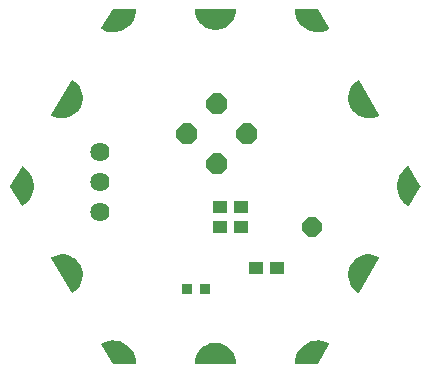
<source format=gbr>
G04 EAGLE Gerber RS-274X export*
G75*
%MOMM*%
%FSLAX34Y34*%
%LPD*%
%INSoldermask Top*%
%IPPOS*%
%AMOC8*
5,1,8,0,0,1.08239X$1,22.5*%
G01*
%ADD10C,1.101600*%
%ADD11P,1.924489X8X292.500000*%
%ADD12R,0.901600X0.901600*%
%ADD13P,1.759533X8X22.500000*%
%ADD14R,1.201600X1.101600*%
%ADD15C,1.625600*%

G36*
X16929Y-223D02*
X16929Y-223D01*
X16958Y-226D01*
X17025Y-204D01*
X17095Y-190D01*
X17119Y-173D01*
X17147Y-164D01*
X17200Y-117D01*
X17259Y-77D01*
X17275Y-53D01*
X17297Y-33D01*
X17328Y31D01*
X17366Y90D01*
X17371Y119D01*
X17383Y145D01*
X17392Y245D01*
X17399Y287D01*
X17396Y297D01*
X17398Y311D01*
X17166Y3109D01*
X17156Y3143D01*
X17152Y3191D01*
X16463Y5912D01*
X16448Y5944D01*
X16436Y5990D01*
X15308Y8562D01*
X15288Y8590D01*
X15269Y8634D01*
X13733Y10985D01*
X13709Y11009D01*
X13683Y11050D01*
X11781Y13115D01*
X11753Y13136D01*
X11720Y13171D01*
X9505Y14896D01*
X9474Y14911D01*
X9436Y14941D01*
X6966Y16277D01*
X6933Y16287D01*
X6891Y16310D01*
X5705Y16718D01*
X4251Y17217D01*
X4235Y17222D01*
X4201Y17227D01*
X4155Y17242D01*
X1386Y17704D01*
X1351Y17703D01*
X1304Y17711D01*
X-1504Y17711D01*
X-1538Y17704D01*
X-1586Y17704D01*
X-4355Y17242D01*
X-4388Y17230D01*
X-4435Y17222D01*
X-7091Y16310D01*
X-7121Y16293D01*
X-7166Y16277D01*
X-9636Y14941D01*
X-9662Y14919D01*
X-9705Y14896D01*
X-11920Y13171D01*
X-11943Y13145D01*
X-11981Y13115D01*
X-13883Y11050D01*
X-13901Y11020D01*
X-13933Y10985D01*
X-15469Y8634D01*
X-15482Y8602D01*
X-15508Y8562D01*
X-16636Y5990D01*
X-16643Y5957D01*
X-16646Y5950D01*
X-16652Y5941D01*
X-16653Y5935D01*
X-16663Y5912D01*
X-17352Y3191D01*
X-17354Y3156D01*
X-17366Y3109D01*
X-17598Y311D01*
X-17594Y282D01*
X-17599Y253D01*
X-17583Y184D01*
X-17574Y114D01*
X-17560Y88D01*
X-17553Y60D01*
X-17511Y3D01*
X-17476Y-59D01*
X-17452Y-77D01*
X-17435Y-100D01*
X-17374Y-136D01*
X-17317Y-179D01*
X-17289Y-187D01*
X-17264Y-202D01*
X-17166Y-218D01*
X-17125Y-229D01*
X-17114Y-227D01*
X-17100Y-229D01*
X16900Y-229D01*
X16929Y-223D01*
G37*
G36*
X1338Y282836D02*
X1338Y282836D01*
X1386Y282836D01*
X4155Y283298D01*
X4188Y283310D01*
X4235Y283318D01*
X6891Y284230D01*
X6921Y284247D01*
X6966Y284263D01*
X9436Y285599D01*
X9462Y285621D01*
X9505Y285644D01*
X11720Y287369D01*
X11743Y287395D01*
X11781Y287425D01*
X13683Y289490D01*
X13701Y289520D01*
X13733Y289555D01*
X15269Y291906D01*
X15282Y291938D01*
X15308Y291978D01*
X16436Y294550D01*
X16443Y294583D01*
X16463Y294628D01*
X17152Y297349D01*
X17154Y297384D01*
X17166Y297431D01*
X17398Y300229D01*
X17394Y300258D01*
X17399Y300287D01*
X17383Y300356D01*
X17374Y300426D01*
X17360Y300452D01*
X17353Y300480D01*
X17311Y300537D01*
X17276Y300599D01*
X17252Y300617D01*
X17235Y300640D01*
X17174Y300676D01*
X17117Y300719D01*
X17089Y300727D01*
X17064Y300742D01*
X16966Y300758D01*
X16925Y300769D01*
X16914Y300767D01*
X16900Y300769D01*
X-17100Y300769D01*
X-17129Y300763D01*
X-17158Y300766D01*
X-17225Y300744D01*
X-17295Y300730D01*
X-17319Y300713D01*
X-17347Y300704D01*
X-17400Y300657D01*
X-17459Y300617D01*
X-17475Y300593D01*
X-17497Y300573D01*
X-17528Y300509D01*
X-17566Y300450D01*
X-17571Y300421D01*
X-17583Y300395D01*
X-17592Y300295D01*
X-17599Y300253D01*
X-17596Y300243D01*
X-17598Y300229D01*
X-17366Y297431D01*
X-17356Y297397D01*
X-17352Y297349D01*
X-16663Y294628D01*
X-16648Y294596D01*
X-16636Y294550D01*
X-15508Y291978D01*
X-15488Y291950D01*
X-15469Y291906D01*
X-13933Y289555D01*
X-13909Y289531D01*
X-13883Y289490D01*
X-11981Y287425D01*
X-11953Y287404D01*
X-11920Y287369D01*
X-9705Y285644D01*
X-9674Y285629D01*
X-9636Y285599D01*
X-7166Y284263D01*
X-7133Y284253D01*
X-7091Y284230D01*
X-4435Y283318D01*
X-4401Y283314D01*
X-4355Y283298D01*
X-1586Y282836D01*
X-1551Y282837D01*
X-1504Y282829D01*
X1304Y282829D01*
X1338Y282836D01*
G37*
G36*
X-121493Y60080D02*
X-121493Y60080D01*
X-121422Y60077D01*
X-121395Y60087D01*
X-121366Y60089D01*
X-121276Y60131D01*
X-121236Y60146D01*
X-121228Y60154D01*
X-121215Y60160D01*
X-118912Y61759D01*
X-118888Y61785D01*
X-118848Y61812D01*
X-116839Y63769D01*
X-116820Y63798D01*
X-116785Y63831D01*
X-115126Y66092D01*
X-115111Y66123D01*
X-115082Y66162D01*
X-113818Y68665D01*
X-113809Y68699D01*
X-113787Y68742D01*
X-112951Y71419D01*
X-112948Y71453D01*
X-112933Y71499D01*
X-112550Y74278D01*
X-112552Y74312D01*
X-112546Y74360D01*
X-112625Y77163D01*
X-112633Y77197D01*
X-112634Y77245D01*
X-113173Y79997D01*
X-113187Y80029D01*
X-113196Y80077D01*
X-114181Y82702D01*
X-114196Y82727D01*
X-114201Y82747D01*
X-114209Y82758D01*
X-114216Y82777D01*
X-115620Y85205D01*
X-115643Y85231D01*
X-115667Y85273D01*
X-117451Y87436D01*
X-117478Y87458D01*
X-117509Y87495D01*
X-119625Y89336D01*
X-119655Y89353D01*
X-119691Y89385D01*
X-122082Y90852D01*
X-122114Y90863D01*
X-122155Y90889D01*
X-124754Y91942D01*
X-124788Y91949D01*
X-124833Y91967D01*
X-127570Y92578D01*
X-127605Y92579D01*
X-127652Y92590D01*
X-130452Y92742D01*
X-130486Y92737D01*
X-130534Y92740D01*
X-133322Y92430D01*
X-133355Y92419D01*
X-133403Y92414D01*
X-136101Y91649D01*
X-136131Y91633D01*
X-136178Y91620D01*
X-138713Y90421D01*
X-138737Y90404D01*
X-138764Y90394D01*
X-138816Y90345D01*
X-138873Y90302D01*
X-138887Y90277D01*
X-138909Y90257D01*
X-138937Y90192D01*
X-138973Y90131D01*
X-138976Y90102D01*
X-138988Y90075D01*
X-138989Y90004D01*
X-138998Y89933D01*
X-138990Y89905D01*
X-138990Y89876D01*
X-138956Y89783D01*
X-138944Y89742D01*
X-138937Y89733D01*
X-138932Y89720D01*
X-121932Y60320D01*
X-121913Y60298D01*
X-121900Y60272D01*
X-121847Y60224D01*
X-121800Y60171D01*
X-121774Y60159D01*
X-121752Y60139D01*
X-121685Y60116D01*
X-121621Y60086D01*
X-121592Y60084D01*
X-121564Y60075D01*
X-121493Y60080D01*
G37*
G36*
X130286Y207803D02*
X130286Y207803D01*
X130334Y207800D01*
X133122Y208110D01*
X133155Y208121D01*
X133203Y208126D01*
X135901Y208891D01*
X135931Y208907D01*
X135978Y208920D01*
X138513Y210119D01*
X138537Y210136D01*
X138564Y210146D01*
X138616Y210195D01*
X138673Y210238D01*
X138687Y210263D01*
X138709Y210283D01*
X138737Y210348D01*
X138773Y210410D01*
X138776Y210438D01*
X138788Y210465D01*
X138789Y210536D01*
X138798Y210607D01*
X138790Y210635D01*
X138790Y210664D01*
X138756Y210757D01*
X138744Y210798D01*
X138737Y210807D01*
X138732Y210820D01*
X121732Y240220D01*
X121713Y240242D01*
X121700Y240268D01*
X121647Y240316D01*
X121600Y240369D01*
X121574Y240381D01*
X121552Y240401D01*
X121485Y240424D01*
X121421Y240454D01*
X121392Y240456D01*
X121364Y240465D01*
X121293Y240460D01*
X121222Y240463D01*
X121195Y240453D01*
X121166Y240451D01*
X121076Y240409D01*
X121036Y240394D01*
X121028Y240386D01*
X121015Y240380D01*
X118712Y238781D01*
X118688Y238756D01*
X118648Y238728D01*
X116639Y236771D01*
X116620Y236742D01*
X116585Y236709D01*
X114926Y234448D01*
X114911Y234417D01*
X114882Y234378D01*
X113618Y231875D01*
X113609Y231841D01*
X113587Y231798D01*
X112751Y229121D01*
X112748Y229087D01*
X112733Y229041D01*
X112350Y226262D01*
X112352Y226228D01*
X112346Y226180D01*
X112425Y223377D01*
X112433Y223343D01*
X112434Y223295D01*
X112973Y220543D01*
X112987Y220511D01*
X112996Y220463D01*
X113981Y217838D01*
X113999Y217808D01*
X114016Y217763D01*
X115420Y215335D01*
X115443Y215309D01*
X115467Y215268D01*
X117251Y213104D01*
X117278Y213082D01*
X117309Y213045D01*
X119425Y211204D01*
X119455Y211187D01*
X119491Y211156D01*
X121882Y209688D01*
X121914Y209677D01*
X121955Y209651D01*
X124554Y208598D01*
X124588Y208591D01*
X124633Y208573D01*
X127370Y207962D01*
X127405Y207961D01*
X127452Y207950D01*
X130252Y207798D01*
X130286Y207803D01*
G37*
G36*
X121326Y60081D02*
X121326Y60081D01*
X121397Y60080D01*
X121424Y60091D01*
X121453Y60095D01*
X121515Y60129D01*
X121580Y60157D01*
X121601Y60178D01*
X121626Y60192D01*
X121689Y60268D01*
X121719Y60299D01*
X121723Y60309D01*
X121732Y60320D01*
X138732Y89720D01*
X138741Y89748D01*
X138758Y89772D01*
X138773Y89841D01*
X138795Y89909D01*
X138793Y89938D01*
X138799Y89966D01*
X138786Y90036D01*
X138780Y90107D01*
X138767Y90133D01*
X138761Y90161D01*
X138721Y90220D01*
X138689Y90283D01*
X138666Y90302D01*
X138650Y90326D01*
X138568Y90383D01*
X138535Y90410D01*
X138525Y90413D01*
X138513Y90421D01*
X135978Y91620D01*
X135944Y91628D01*
X135901Y91649D01*
X133203Y92414D01*
X133168Y92416D01*
X133122Y92430D01*
X130334Y92740D01*
X130300Y92737D01*
X130252Y92742D01*
X127452Y92590D01*
X127418Y92581D01*
X127370Y92578D01*
X124633Y91967D01*
X124601Y91953D01*
X124554Y91942D01*
X121955Y90889D01*
X121926Y90870D01*
X121882Y90852D01*
X119491Y89385D01*
X119466Y89361D01*
X119425Y89336D01*
X117309Y87495D01*
X117288Y87468D01*
X117251Y87436D01*
X115467Y85273D01*
X115451Y85242D01*
X115420Y85205D01*
X114016Y82777D01*
X114005Y82744D01*
X113998Y82731D01*
X113988Y82717D01*
X113988Y82714D01*
X113981Y82702D01*
X112996Y80077D01*
X112990Y80042D01*
X112973Y79997D01*
X112434Y77245D01*
X112434Y77211D01*
X112425Y77163D01*
X112346Y74360D01*
X112352Y74326D01*
X112350Y74278D01*
X112733Y71499D01*
X112745Y71467D01*
X112751Y71419D01*
X113587Y68742D01*
X113604Y68711D01*
X113618Y68665D01*
X114882Y66162D01*
X114904Y66135D01*
X114926Y66092D01*
X116585Y63831D01*
X116611Y63808D01*
X116639Y63769D01*
X118648Y61812D01*
X118677Y61793D01*
X118712Y61759D01*
X121015Y60160D01*
X121042Y60148D01*
X121065Y60130D01*
X121133Y60109D01*
X121198Y60081D01*
X121227Y60081D01*
X121255Y60073D01*
X121326Y60081D01*
G37*
G36*
X-127652Y207950D02*
X-127652Y207950D01*
X-127618Y207959D01*
X-127570Y207962D01*
X-124833Y208573D01*
X-124801Y208587D01*
X-124754Y208598D01*
X-122155Y209651D01*
X-122126Y209670D01*
X-122082Y209688D01*
X-119691Y211156D01*
X-119666Y211179D01*
X-119625Y211204D01*
X-117509Y213045D01*
X-117488Y213072D01*
X-117451Y213104D01*
X-115667Y215268D01*
X-115651Y215298D01*
X-115620Y215335D01*
X-114216Y217763D01*
X-114205Y217796D01*
X-114181Y217838D01*
X-113196Y220463D01*
X-113190Y220498D01*
X-113173Y220543D01*
X-112634Y223295D01*
X-112634Y223330D01*
X-112625Y223377D01*
X-112546Y226180D01*
X-112552Y226214D01*
X-112550Y226262D01*
X-112933Y229041D01*
X-112945Y229073D01*
X-112951Y229121D01*
X-113787Y231798D01*
X-113804Y231829D01*
X-113818Y231875D01*
X-115082Y234378D01*
X-115104Y234405D01*
X-115126Y234448D01*
X-116785Y236709D01*
X-116811Y236732D01*
X-116839Y236771D01*
X-118848Y238728D01*
X-118877Y238747D01*
X-118912Y238781D01*
X-121215Y240380D01*
X-121242Y240392D01*
X-121265Y240410D01*
X-121333Y240431D01*
X-121398Y240459D01*
X-121427Y240459D01*
X-121455Y240467D01*
X-121526Y240459D01*
X-121597Y240460D01*
X-121624Y240449D01*
X-121653Y240445D01*
X-121715Y240411D01*
X-121780Y240383D01*
X-121801Y240362D01*
X-121826Y240348D01*
X-121889Y240272D01*
X-121919Y240241D01*
X-121923Y240231D01*
X-121932Y240220D01*
X-138932Y210820D01*
X-138941Y210792D01*
X-138958Y210768D01*
X-138973Y210699D01*
X-138995Y210631D01*
X-138993Y210602D01*
X-138999Y210574D01*
X-138986Y210504D01*
X-138980Y210433D01*
X-138967Y210407D01*
X-138961Y210379D01*
X-138921Y210320D01*
X-138889Y210257D01*
X-138866Y210238D01*
X-138850Y210214D01*
X-138768Y210157D01*
X-138735Y210130D01*
X-138725Y210127D01*
X-138713Y210119D01*
X-136178Y208920D01*
X-136144Y208912D01*
X-136101Y208891D01*
X-133403Y208126D01*
X-133368Y208124D01*
X-133322Y208110D01*
X-130534Y207800D01*
X-130500Y207803D01*
X-130452Y207798D01*
X-127652Y207950D01*
G37*
G36*
X163627Y133281D02*
X163627Y133281D01*
X163698Y133281D01*
X163725Y133292D01*
X163754Y133295D01*
X163816Y133330D01*
X163881Y133358D01*
X163902Y133378D01*
X163927Y133393D01*
X163990Y133470D01*
X164020Y133500D01*
X164024Y133510D01*
X164033Y133521D01*
X173533Y150021D01*
X173543Y150053D01*
X173552Y150066D01*
X173556Y150090D01*
X173557Y150094D01*
X173588Y150164D01*
X173588Y150188D01*
X173596Y150210D01*
X173590Y150286D01*
X173591Y150363D01*
X173581Y150387D01*
X173580Y150408D01*
X173559Y150447D01*
X173533Y150519D01*
X164033Y167019D01*
X164014Y167041D01*
X164001Y167067D01*
X163948Y167115D01*
X163901Y167168D01*
X163875Y167181D01*
X163854Y167200D01*
X163786Y167223D01*
X163722Y167254D01*
X163693Y167256D01*
X163666Y167265D01*
X163594Y167260D01*
X163523Y167263D01*
X163496Y167253D01*
X163467Y167251D01*
X163377Y167209D01*
X163337Y167194D01*
X163329Y167187D01*
X163316Y167181D01*
X160793Y165439D01*
X160769Y165415D01*
X160731Y165388D01*
X158519Y163264D01*
X158500Y163236D01*
X158466Y163204D01*
X156624Y160753D01*
X156610Y160722D01*
X156581Y160685D01*
X155156Y157970D01*
X155147Y157939D01*
X155131Y157914D01*
X155130Y157906D01*
X155125Y157896D01*
X154154Y154988D01*
X154150Y154954D01*
X154135Y154910D01*
X153643Y151883D01*
X153644Y151849D01*
X153636Y151803D01*
X153636Y148737D01*
X153637Y148733D01*
X153637Y148731D01*
X153643Y148704D01*
X153643Y148657D01*
X154135Y145630D01*
X154147Y145599D01*
X154154Y145552D01*
X155125Y142644D01*
X155142Y142615D01*
X155156Y142570D01*
X156581Y139855D01*
X156603Y139829D01*
X156624Y139787D01*
X158466Y137336D01*
X158491Y137313D01*
X158519Y137276D01*
X160731Y135152D01*
X160759Y135134D01*
X160793Y135101D01*
X163316Y133359D01*
X163343Y133348D01*
X163365Y133329D01*
X163434Y133309D01*
X163499Y133281D01*
X163528Y133281D01*
X163556Y133273D01*
X163627Y133281D01*
G37*
G36*
X-163794Y133280D02*
X-163794Y133280D01*
X-163723Y133277D01*
X-163696Y133287D01*
X-163667Y133289D01*
X-163577Y133331D01*
X-163537Y133346D01*
X-163529Y133353D01*
X-163516Y133359D01*
X-160993Y135101D01*
X-160969Y135125D01*
X-160931Y135152D01*
X-158719Y137276D01*
X-158700Y137304D01*
X-158666Y137336D01*
X-156824Y139787D01*
X-156810Y139818D01*
X-156781Y139855D01*
X-155356Y142570D01*
X-155347Y142603D01*
X-155325Y142644D01*
X-154354Y145552D01*
X-154350Y145586D01*
X-154335Y145630D01*
X-153843Y148657D01*
X-153844Y148691D01*
X-153836Y148737D01*
X-153836Y151803D01*
X-153843Y151836D01*
X-153843Y151883D01*
X-154335Y154910D01*
X-154347Y154941D01*
X-154354Y154988D01*
X-155325Y157896D01*
X-155338Y157919D01*
X-155344Y157944D01*
X-155351Y157953D01*
X-155356Y157970D01*
X-156781Y160685D01*
X-156803Y160711D01*
X-156824Y160753D01*
X-158666Y163204D01*
X-158691Y163227D01*
X-158719Y163264D01*
X-160931Y165388D01*
X-160959Y165406D01*
X-160993Y165439D01*
X-163516Y167181D01*
X-163543Y167192D01*
X-163565Y167211D01*
X-163634Y167231D01*
X-163699Y167259D01*
X-163728Y167259D01*
X-163756Y167267D01*
X-163827Y167259D01*
X-163898Y167260D01*
X-163925Y167248D01*
X-163954Y167245D01*
X-164016Y167210D01*
X-164081Y167182D01*
X-164102Y167162D01*
X-164127Y167147D01*
X-164190Y167070D01*
X-164220Y167040D01*
X-164224Y167030D01*
X-164233Y167019D01*
X-173733Y150519D01*
X-173757Y150446D01*
X-173788Y150376D01*
X-173788Y150352D01*
X-173796Y150330D01*
X-173790Y150254D01*
X-173791Y150177D01*
X-173781Y150153D01*
X-173780Y150132D01*
X-173759Y150093D01*
X-173740Y150041D01*
X-173739Y150035D01*
X-173737Y150033D01*
X-173733Y150021D01*
X-164233Y133521D01*
X-164214Y133499D01*
X-164201Y133473D01*
X-164148Y133425D01*
X-164101Y133372D01*
X-164075Y133359D01*
X-164054Y133340D01*
X-163986Y133317D01*
X-163922Y133286D01*
X-163893Y133285D01*
X-163866Y133275D01*
X-163794Y133280D01*
G37*
G36*
X86576Y-214D02*
X86576Y-214D01*
X86654Y-205D01*
X86673Y-194D01*
X86695Y-190D01*
X86759Y-146D01*
X86827Y-107D01*
X86843Y-88D01*
X86859Y-77D01*
X86883Y-39D01*
X86933Y21D01*
X96433Y16521D01*
X96442Y16548D01*
X96458Y16572D01*
X96473Y16642D01*
X96496Y16710D01*
X96493Y16738D01*
X96499Y16766D01*
X96486Y16837D01*
X96480Y16908D01*
X96467Y16933D01*
X96461Y16961D01*
X96421Y17021D01*
X96388Y17084D01*
X96366Y17102D01*
X96350Y17126D01*
X96267Y17184D01*
X96235Y17211D01*
X96224Y17214D01*
X96214Y17221D01*
X93448Y18530D01*
X93415Y18538D01*
X93372Y18558D01*
X90432Y19406D01*
X90398Y19409D01*
X90354Y19422D01*
X87316Y19787D01*
X87282Y19784D01*
X87235Y19790D01*
X84178Y19663D01*
X84145Y19655D01*
X84098Y19654D01*
X81101Y19038D01*
X81070Y19025D01*
X81024Y19016D01*
X78164Y17927D01*
X78136Y17909D01*
X78092Y17893D01*
X75444Y16359D01*
X75418Y16337D01*
X75378Y16314D01*
X73010Y14376D01*
X72988Y14349D01*
X72952Y14320D01*
X70925Y12027D01*
X70909Y11998D01*
X70877Y11963D01*
X69245Y9375D01*
X69233Y9343D01*
X69208Y9304D01*
X68012Y6487D01*
X68005Y6454D01*
X68002Y6447D01*
X67998Y6441D01*
X67997Y6435D01*
X67986Y6411D01*
X67258Y3439D01*
X67256Y3405D01*
X67245Y3360D01*
X67002Y310D01*
X67006Y281D01*
X67001Y253D01*
X67018Y184D01*
X67026Y112D01*
X67041Y88D01*
X67047Y60D01*
X67090Y2D01*
X67126Y-60D01*
X67148Y-77D01*
X67165Y-100D01*
X67227Y-137D01*
X67284Y-180D01*
X67312Y-187D01*
X67336Y-202D01*
X67436Y-218D01*
X67477Y-229D01*
X67487Y-227D01*
X67500Y-229D01*
X86500Y-229D01*
X86576Y-214D01*
G37*
G36*
X87269Y280755D02*
X87269Y280755D01*
X87316Y280753D01*
X90354Y281118D01*
X90386Y281129D01*
X90432Y281134D01*
X93372Y281982D01*
X93402Y281998D01*
X93448Y282010D01*
X96214Y283319D01*
X96236Y283336D01*
X96263Y283346D01*
X96315Y283395D01*
X96373Y283438D01*
X96387Y283463D01*
X96408Y283482D01*
X96437Y283548D01*
X96473Y283610D01*
X96476Y283638D01*
X96488Y283664D01*
X96489Y283736D01*
X96498Y283807D01*
X96490Y283834D01*
X96491Y283863D01*
X96455Y283958D01*
X96444Y283998D01*
X96437Y284007D01*
X96433Y284019D01*
X86933Y300519D01*
X86881Y300578D01*
X86835Y300640D01*
X86816Y300651D01*
X86801Y300668D01*
X86731Y300702D01*
X86664Y300742D01*
X86640Y300746D01*
X86622Y300754D01*
X86577Y300756D01*
X86500Y300769D01*
X67500Y300769D01*
X67472Y300764D01*
X67444Y300766D01*
X67376Y300744D01*
X67305Y300730D01*
X67282Y300714D01*
X67255Y300705D01*
X67200Y300658D01*
X67141Y300617D01*
X67126Y300593D01*
X67105Y300575D01*
X67073Y300510D01*
X67034Y300450D01*
X67029Y300422D01*
X67017Y300396D01*
X67008Y300295D01*
X67001Y300253D01*
X67003Y300243D01*
X67002Y300230D01*
X67245Y297180D01*
X67254Y297148D01*
X67258Y297101D01*
X67986Y294129D01*
X68001Y294098D01*
X68012Y294053D01*
X69208Y291236D01*
X69227Y291208D01*
X69245Y291165D01*
X70877Y288577D01*
X70901Y288553D01*
X70925Y288513D01*
X72952Y286220D01*
X72979Y286200D01*
X73010Y286164D01*
X75378Y284226D01*
X75408Y284210D01*
X75444Y284181D01*
X78092Y282648D01*
X78124Y282637D01*
X78164Y282613D01*
X81024Y281525D01*
X81057Y281519D01*
X81101Y281502D01*
X84098Y280886D01*
X84132Y280886D01*
X84178Y280877D01*
X87235Y280750D01*
X87269Y280755D01*
G37*
G36*
X-67672Y-224D02*
X-67672Y-224D01*
X-67644Y-226D01*
X-67576Y-204D01*
X-67505Y-190D01*
X-67482Y-174D01*
X-67455Y-165D01*
X-67400Y-118D01*
X-67341Y-77D01*
X-67326Y-53D01*
X-67305Y-35D01*
X-67273Y30D01*
X-67234Y90D01*
X-67229Y118D01*
X-67217Y144D01*
X-67208Y245D01*
X-67201Y287D01*
X-67203Y297D01*
X-67202Y310D01*
X-67445Y3360D01*
X-67454Y3392D01*
X-67458Y3439D01*
X-68186Y6411D01*
X-68201Y6442D01*
X-68212Y6487D01*
X-69408Y9304D01*
X-69427Y9332D01*
X-69445Y9375D01*
X-71077Y11963D01*
X-71101Y11987D01*
X-71125Y12027D01*
X-73152Y14320D01*
X-73179Y14340D01*
X-73210Y14376D01*
X-75578Y16314D01*
X-75608Y16330D01*
X-75644Y16359D01*
X-78292Y17893D01*
X-78324Y17903D01*
X-78364Y17927D01*
X-81224Y19016D01*
X-81257Y19021D01*
X-81301Y19038D01*
X-84298Y19654D01*
X-84332Y19654D01*
X-84378Y19663D01*
X-87435Y19790D01*
X-87469Y19785D01*
X-87516Y19787D01*
X-90554Y19422D01*
X-90586Y19411D01*
X-90632Y19406D01*
X-93572Y18558D01*
X-93602Y18542D01*
X-93648Y18530D01*
X-96414Y17221D01*
X-96436Y17204D01*
X-96463Y17194D01*
X-96515Y17145D01*
X-96573Y17102D01*
X-96587Y17077D01*
X-96608Y17058D01*
X-96637Y16992D01*
X-96673Y16930D01*
X-96676Y16902D01*
X-96688Y16876D01*
X-96689Y16804D01*
X-96698Y16733D01*
X-96690Y16706D01*
X-96691Y16677D01*
X-96655Y16582D01*
X-96644Y16542D01*
X-96637Y16533D01*
X-96633Y16521D01*
X-87133Y21D01*
X-87081Y-38D01*
X-87035Y-100D01*
X-87016Y-111D01*
X-87001Y-128D01*
X-86931Y-162D01*
X-86864Y-202D01*
X-86840Y-206D01*
X-86822Y-214D01*
X-86777Y-216D01*
X-86700Y-229D01*
X-67700Y-229D01*
X-67672Y-224D01*
G37*
G36*
X-84378Y280877D02*
X-84378Y280877D01*
X-84345Y280885D01*
X-84298Y280886D01*
X-81301Y281502D01*
X-81270Y281515D01*
X-81224Y281525D01*
X-78364Y282613D01*
X-78336Y282631D01*
X-78292Y282648D01*
X-75644Y284181D01*
X-75618Y284203D01*
X-75578Y284226D01*
X-73210Y286164D01*
X-73188Y286191D01*
X-73152Y286220D01*
X-71125Y288513D01*
X-71109Y288542D01*
X-71077Y288577D01*
X-69445Y291165D01*
X-69433Y291197D01*
X-69408Y291236D01*
X-68212Y294053D01*
X-68205Y294086D01*
X-68186Y294129D01*
X-67458Y297101D01*
X-67456Y297135D01*
X-67445Y297180D01*
X-67202Y300230D01*
X-67206Y300259D01*
X-67201Y300287D01*
X-67218Y300356D01*
X-67226Y300428D01*
X-67241Y300452D01*
X-67247Y300480D01*
X-67290Y300538D01*
X-67326Y300600D01*
X-67348Y300617D01*
X-67365Y300640D01*
X-67427Y300677D01*
X-67484Y300720D01*
X-67512Y300727D01*
X-67536Y300742D01*
X-67636Y300758D01*
X-67677Y300769D01*
X-67687Y300767D01*
X-67700Y300769D01*
X-86700Y300769D01*
X-86776Y300754D01*
X-86854Y300745D01*
X-86873Y300734D01*
X-86895Y300730D01*
X-86959Y300686D01*
X-87027Y300647D01*
X-87043Y300628D01*
X-87059Y300617D01*
X-87083Y300579D01*
X-87133Y300519D01*
X-96633Y284019D01*
X-96642Y283992D01*
X-96658Y283968D01*
X-96673Y283898D01*
X-96696Y283830D01*
X-96693Y283802D01*
X-96699Y283774D01*
X-96686Y283704D01*
X-96680Y283632D01*
X-96667Y283607D01*
X-96661Y283579D01*
X-96621Y283519D01*
X-96588Y283456D01*
X-96566Y283438D01*
X-96550Y283414D01*
X-96467Y283356D01*
X-96435Y283329D01*
X-96424Y283326D01*
X-96414Y283319D01*
X-93648Y282010D01*
X-93615Y282002D01*
X-93572Y281982D01*
X-90632Y281134D01*
X-90598Y281131D01*
X-90554Y281118D01*
X-87516Y280753D01*
X-87482Y280756D01*
X-87435Y280750D01*
X-84378Y280877D01*
G37*
D10*
X82500Y293370D03*
X165100Y150270D03*
X82500Y7170D03*
X-82700Y7170D03*
X-165300Y150270D03*
X-82700Y293370D03*
X123800Y221770D03*
X123800Y78770D03*
X-100Y7170D03*
X-124000Y78770D03*
X-124000Y221770D03*
X-100Y293370D03*
D11*
X-24130Y194310D03*
X1270Y168910D03*
X26670Y194310D03*
X1270Y219710D03*
D12*
X-9010Y63500D03*
X-24010Y63500D03*
D13*
X81280Y115570D03*
D14*
X51680Y81280D03*
X34680Y81280D03*
D15*
X-97790Y179070D03*
X-97790Y153670D03*
X-97790Y128270D03*
D14*
X3810Y132960D03*
X3810Y115960D03*
X21590Y132960D03*
X21590Y115960D03*
M02*

</source>
